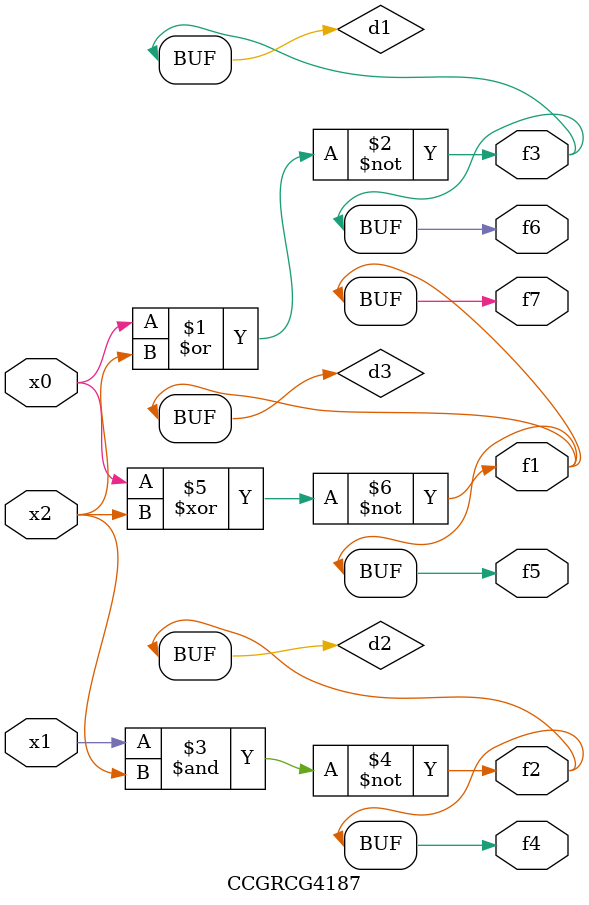
<source format=v>
module CCGRCG4187(
	input x0, x1, x2,
	output f1, f2, f3, f4, f5, f6, f7
);

	wire d1, d2, d3;

	nor (d1, x0, x2);
	nand (d2, x1, x2);
	xnor (d3, x0, x2);
	assign f1 = d3;
	assign f2 = d2;
	assign f3 = d1;
	assign f4 = d2;
	assign f5 = d3;
	assign f6 = d1;
	assign f7 = d3;
endmodule

</source>
